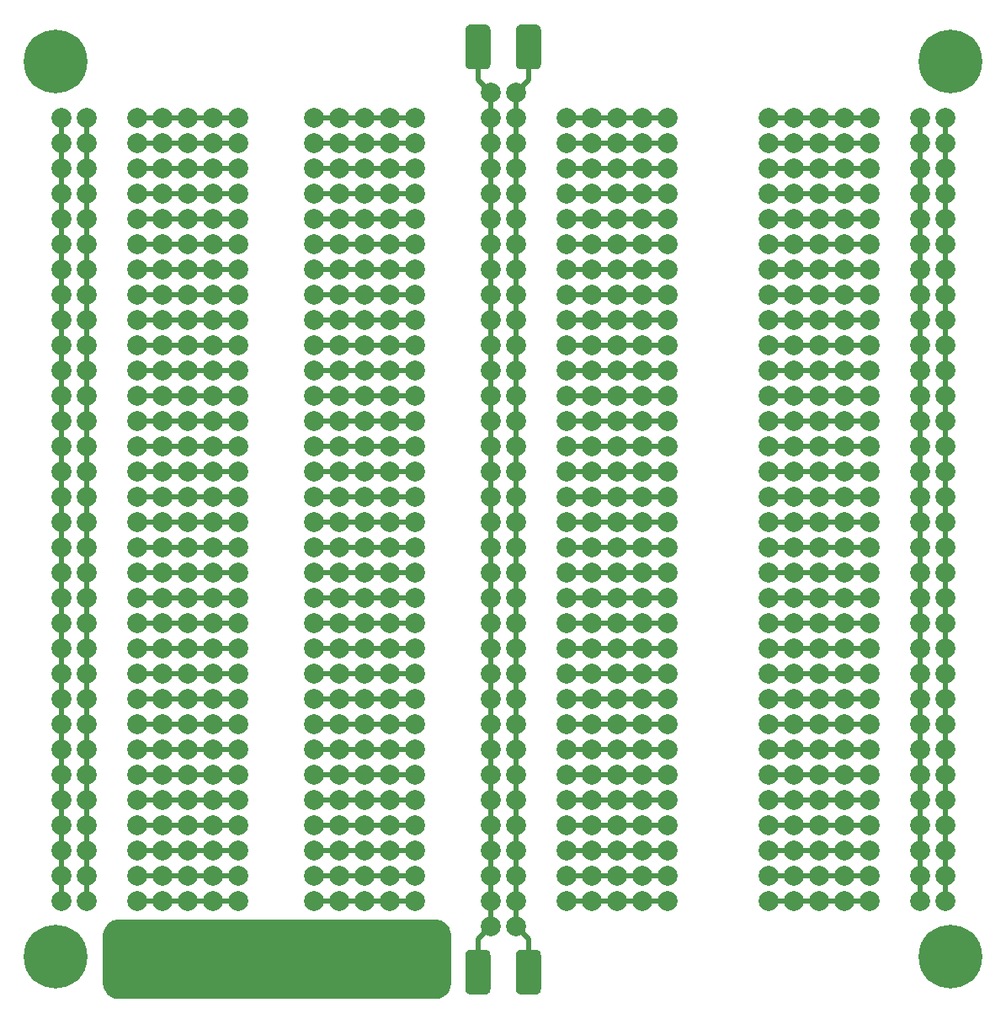
<source format=gbr>
G04 #@! TF.GenerationSoftware,KiCad,Pcbnew,(5.0.0-3-g5ebb6b6)*
G04 #@! TF.CreationDate,2019-05-14T13:45:27-04:00*
G04 #@! TF.ProjectId,Protoboard,50726F746F626F6172642E6B69636164,rev?*
G04 #@! TF.SameCoordinates,Original*
G04 #@! TF.FileFunction,Copper,L2,Bot,Signal*
G04 #@! TF.FilePolarity,Positive*
%FSLAX46Y46*%
G04 Gerber Fmt 4.6, Leading zero omitted, Abs format (unit mm)*
G04 Created by KiCad (PCBNEW (5.0.0-3-g5ebb6b6)) date Tuesday, May 14, 2019 at 01:45:27 PM*
%MOMM*%
%LPD*%
G01*
G04 APERTURE LIST*
G04 #@! TA.AperFunction,Conductor*
%ADD10C,0.100000*%
G04 #@! TD*
G04 #@! TA.AperFunction,Conductor*
%ADD11C,8.000000*%
G04 #@! TD*
G04 #@! TA.AperFunction,SMDPad,CuDef*
%ADD12C,2.500000*%
G04 #@! TD*
G04 #@! TA.AperFunction,ComponentPad*
%ADD13C,2.000000*%
G04 #@! TD*
G04 #@! TA.AperFunction,ComponentPad*
%ADD14C,6.400000*%
G04 #@! TD*
G04 #@! TA.AperFunction,ComponentPad*
%ADD15C,0.800000*%
G04 #@! TD*
G04 #@! TA.AperFunction,Conductor*
%ADD16C,0.500000*%
G04 #@! TD*
G04 APERTURE END LIST*
D10*
G04 #@! TO.N,N/C*
G04 #@! TO.C,G\002A\002A\002A*
G36*
X163306827Y-111237704D02*
X163462145Y-111260744D01*
X163614455Y-111298895D01*
X163762293Y-111351793D01*
X163904235Y-111418926D01*
X164038912Y-111499649D01*
X164165029Y-111593183D01*
X164281371Y-111698629D01*
X164386817Y-111814971D01*
X164480351Y-111941088D01*
X164561074Y-112075765D01*
X164628207Y-112217707D01*
X164681105Y-112365545D01*
X164719256Y-112517855D01*
X164742296Y-112673173D01*
X164750000Y-112830000D01*
X164750000Y-117630000D01*
X164742296Y-117786827D01*
X164719256Y-117942145D01*
X164681105Y-118094455D01*
X164628207Y-118242293D01*
X164561074Y-118384235D01*
X164480351Y-118518912D01*
X164386817Y-118645029D01*
X164281371Y-118761371D01*
X164165029Y-118866817D01*
X164038912Y-118960351D01*
X163904235Y-119041074D01*
X163762293Y-119108207D01*
X163614455Y-119161105D01*
X163462145Y-119199256D01*
X163306827Y-119222296D01*
X163150000Y-119230000D01*
X131350000Y-119230000D01*
X131193173Y-119222296D01*
X131037855Y-119199256D01*
X130885545Y-119161105D01*
X130737707Y-119108207D01*
X130595765Y-119041074D01*
X130461088Y-118960351D01*
X130334971Y-118866817D01*
X130218629Y-118761371D01*
X130113183Y-118645029D01*
X130019649Y-118518912D01*
X129938926Y-118384235D01*
X129871793Y-118242293D01*
X129818895Y-118094455D01*
X129780744Y-117942145D01*
X129757704Y-117786827D01*
X129750000Y-117630000D01*
X129750000Y-112830000D01*
X129757704Y-112673173D01*
X129780744Y-112517855D01*
X129818895Y-112365545D01*
X129871793Y-112217707D01*
X129938926Y-112075765D01*
X130019649Y-111941088D01*
X130113183Y-111814971D01*
X130218629Y-111698629D01*
X130334971Y-111593183D01*
X130461088Y-111499649D01*
X130595765Y-111418926D01*
X130737707Y-111351793D01*
X130885545Y-111298895D01*
X131037855Y-111260744D01*
X131193173Y-111237704D01*
X131350000Y-111230000D01*
X163150000Y-111230000D01*
X163306827Y-111237704D01*
X163306827Y-111237704D01*
G37*
D11*
X147250000Y-115230000D03*
G04 #@! TD*
D10*
G04 #@! TO.N,N/C*
G04 #@! TO.C,REF\002A\002A*
G36*
X168259009Y-21252408D02*
X168307545Y-21259607D01*
X168355142Y-21271530D01*
X168401342Y-21288060D01*
X168445698Y-21309039D01*
X168487785Y-21334265D01*
X168527197Y-21363495D01*
X168563553Y-21396447D01*
X168596505Y-21432803D01*
X168625735Y-21472215D01*
X168650961Y-21514302D01*
X168671940Y-21558658D01*
X168688470Y-21604858D01*
X168700393Y-21652455D01*
X168707592Y-21700991D01*
X168710000Y-21750000D01*
X168710000Y-25250000D01*
X168707592Y-25299009D01*
X168700393Y-25347545D01*
X168688470Y-25395142D01*
X168671940Y-25441342D01*
X168650961Y-25485698D01*
X168625735Y-25527785D01*
X168596505Y-25567197D01*
X168563553Y-25603553D01*
X168527197Y-25636505D01*
X168487785Y-25665735D01*
X168445698Y-25690961D01*
X168401342Y-25711940D01*
X168355142Y-25728470D01*
X168307545Y-25740393D01*
X168259009Y-25747592D01*
X168210000Y-25750000D01*
X166710000Y-25750000D01*
X166660991Y-25747592D01*
X166612455Y-25740393D01*
X166564858Y-25728470D01*
X166518658Y-25711940D01*
X166474302Y-25690961D01*
X166432215Y-25665735D01*
X166392803Y-25636505D01*
X166356447Y-25603553D01*
X166323495Y-25567197D01*
X166294265Y-25527785D01*
X166269039Y-25485698D01*
X166248060Y-25441342D01*
X166231530Y-25395142D01*
X166219607Y-25347545D01*
X166212408Y-25299009D01*
X166210000Y-25250000D01*
X166210000Y-21750000D01*
X166212408Y-21700991D01*
X166219607Y-21652455D01*
X166231530Y-21604858D01*
X166248060Y-21558658D01*
X166269039Y-21514302D01*
X166294265Y-21472215D01*
X166323495Y-21432803D01*
X166356447Y-21396447D01*
X166392803Y-21363495D01*
X166432215Y-21334265D01*
X166474302Y-21309039D01*
X166518658Y-21288060D01*
X166564858Y-21271530D01*
X166612455Y-21259607D01*
X166660991Y-21252408D01*
X166710000Y-21250000D01*
X168210000Y-21250000D01*
X168259009Y-21252408D01*
X168259009Y-21252408D01*
G37*
D12*
G04 #@! TD*
G04 #@! TO.P,REF\002A\002A,1*
G04 #@! TO.N,N/C*
X167460000Y-23500000D03*
D10*
G04 #@! TO.N,N/C*
G04 #@! TO.C,REF\002A\002A*
G36*
X173339009Y-21252408D02*
X173387545Y-21259607D01*
X173435142Y-21271530D01*
X173481342Y-21288060D01*
X173525698Y-21309039D01*
X173567785Y-21334265D01*
X173607197Y-21363495D01*
X173643553Y-21396447D01*
X173676505Y-21432803D01*
X173705735Y-21472215D01*
X173730961Y-21514302D01*
X173751940Y-21558658D01*
X173768470Y-21604858D01*
X173780393Y-21652455D01*
X173787592Y-21700991D01*
X173790000Y-21750000D01*
X173790000Y-25250000D01*
X173787592Y-25299009D01*
X173780393Y-25347545D01*
X173768470Y-25395142D01*
X173751940Y-25441342D01*
X173730961Y-25485698D01*
X173705735Y-25527785D01*
X173676505Y-25567197D01*
X173643553Y-25603553D01*
X173607197Y-25636505D01*
X173567785Y-25665735D01*
X173525698Y-25690961D01*
X173481342Y-25711940D01*
X173435142Y-25728470D01*
X173387545Y-25740393D01*
X173339009Y-25747592D01*
X173290000Y-25750000D01*
X171790000Y-25750000D01*
X171740991Y-25747592D01*
X171692455Y-25740393D01*
X171644858Y-25728470D01*
X171598658Y-25711940D01*
X171554302Y-25690961D01*
X171512215Y-25665735D01*
X171472803Y-25636505D01*
X171436447Y-25603553D01*
X171403495Y-25567197D01*
X171374265Y-25527785D01*
X171349039Y-25485698D01*
X171328060Y-25441342D01*
X171311530Y-25395142D01*
X171299607Y-25347545D01*
X171292408Y-25299009D01*
X171290000Y-25250000D01*
X171290000Y-21750000D01*
X171292408Y-21700991D01*
X171299607Y-21652455D01*
X171311530Y-21604858D01*
X171328060Y-21558658D01*
X171349039Y-21514302D01*
X171374265Y-21472215D01*
X171403495Y-21432803D01*
X171436447Y-21396447D01*
X171472803Y-21363495D01*
X171512215Y-21334265D01*
X171554302Y-21309039D01*
X171598658Y-21288060D01*
X171644858Y-21271530D01*
X171692455Y-21259607D01*
X171740991Y-21252408D01*
X171790000Y-21250000D01*
X173290000Y-21250000D01*
X173339009Y-21252408D01*
X173339009Y-21252408D01*
G37*
D12*
G04 #@! TD*
G04 #@! TO.P,REF\002A\002A,1*
G04 #@! TO.N,N/C*
X172540000Y-23500000D03*
D10*
G04 #@! TO.N,N/C*
G04 #@! TO.C,REF\002A\002A*
G36*
X168259009Y-114252408D02*
X168307545Y-114259607D01*
X168355142Y-114271530D01*
X168401342Y-114288060D01*
X168445698Y-114309039D01*
X168487785Y-114334265D01*
X168527197Y-114363495D01*
X168563553Y-114396447D01*
X168596505Y-114432803D01*
X168625735Y-114472215D01*
X168650961Y-114514302D01*
X168671940Y-114558658D01*
X168688470Y-114604858D01*
X168700393Y-114652455D01*
X168707592Y-114700991D01*
X168710000Y-114750000D01*
X168710000Y-118250000D01*
X168707592Y-118299009D01*
X168700393Y-118347545D01*
X168688470Y-118395142D01*
X168671940Y-118441342D01*
X168650961Y-118485698D01*
X168625735Y-118527785D01*
X168596505Y-118567197D01*
X168563553Y-118603553D01*
X168527197Y-118636505D01*
X168487785Y-118665735D01*
X168445698Y-118690961D01*
X168401342Y-118711940D01*
X168355142Y-118728470D01*
X168307545Y-118740393D01*
X168259009Y-118747592D01*
X168210000Y-118750000D01*
X166710000Y-118750000D01*
X166660991Y-118747592D01*
X166612455Y-118740393D01*
X166564858Y-118728470D01*
X166518658Y-118711940D01*
X166474302Y-118690961D01*
X166432215Y-118665735D01*
X166392803Y-118636505D01*
X166356447Y-118603553D01*
X166323495Y-118567197D01*
X166294265Y-118527785D01*
X166269039Y-118485698D01*
X166248060Y-118441342D01*
X166231530Y-118395142D01*
X166219607Y-118347545D01*
X166212408Y-118299009D01*
X166210000Y-118250000D01*
X166210000Y-114750000D01*
X166212408Y-114700991D01*
X166219607Y-114652455D01*
X166231530Y-114604858D01*
X166248060Y-114558658D01*
X166269039Y-114514302D01*
X166294265Y-114472215D01*
X166323495Y-114432803D01*
X166356447Y-114396447D01*
X166392803Y-114363495D01*
X166432215Y-114334265D01*
X166474302Y-114309039D01*
X166518658Y-114288060D01*
X166564858Y-114271530D01*
X166612455Y-114259607D01*
X166660991Y-114252408D01*
X166710000Y-114250000D01*
X168210000Y-114250000D01*
X168259009Y-114252408D01*
X168259009Y-114252408D01*
G37*
D12*
G04 #@! TD*
G04 #@! TO.P,REF\002A\002A,1*
G04 #@! TO.N,N/C*
X167460000Y-116500000D03*
D10*
G04 #@! TO.N,N/C*
G04 #@! TO.C,REF\002A\002A*
G36*
X173339009Y-114252408D02*
X173387545Y-114259607D01*
X173435142Y-114271530D01*
X173481342Y-114288060D01*
X173525698Y-114309039D01*
X173567785Y-114334265D01*
X173607197Y-114363495D01*
X173643553Y-114396447D01*
X173676505Y-114432803D01*
X173705735Y-114472215D01*
X173730961Y-114514302D01*
X173751940Y-114558658D01*
X173768470Y-114604858D01*
X173780393Y-114652455D01*
X173787592Y-114700991D01*
X173790000Y-114750000D01*
X173790000Y-118250000D01*
X173787592Y-118299009D01*
X173780393Y-118347545D01*
X173768470Y-118395142D01*
X173751940Y-118441342D01*
X173730961Y-118485698D01*
X173705735Y-118527785D01*
X173676505Y-118567197D01*
X173643553Y-118603553D01*
X173607197Y-118636505D01*
X173567785Y-118665735D01*
X173525698Y-118690961D01*
X173481342Y-118711940D01*
X173435142Y-118728470D01*
X173387545Y-118740393D01*
X173339009Y-118747592D01*
X173290000Y-118750000D01*
X171790000Y-118750000D01*
X171740991Y-118747592D01*
X171692455Y-118740393D01*
X171644858Y-118728470D01*
X171598658Y-118711940D01*
X171554302Y-118690961D01*
X171512215Y-118665735D01*
X171472803Y-118636505D01*
X171436447Y-118603553D01*
X171403495Y-118567197D01*
X171374265Y-118527785D01*
X171349039Y-118485698D01*
X171328060Y-118441342D01*
X171311530Y-118395142D01*
X171299607Y-118347545D01*
X171292408Y-118299009D01*
X171290000Y-118250000D01*
X171290000Y-114750000D01*
X171292408Y-114700991D01*
X171299607Y-114652455D01*
X171311530Y-114604858D01*
X171328060Y-114558658D01*
X171349039Y-114514302D01*
X171374265Y-114472215D01*
X171403495Y-114432803D01*
X171436447Y-114396447D01*
X171472803Y-114363495D01*
X171512215Y-114334265D01*
X171554302Y-114309039D01*
X171598658Y-114288060D01*
X171644858Y-114271530D01*
X171692455Y-114259607D01*
X171740991Y-114252408D01*
X171790000Y-114250000D01*
X173290000Y-114250000D01*
X173339009Y-114252408D01*
X173339009Y-114252408D01*
G37*
D12*
G04 #@! TD*
G04 #@! TO.P,REF\002A\002A,1*
G04 #@! TO.N,N/C*
X172540000Y-116500000D03*
D13*
G04 #@! TO.P,REF\002A\002A,1*
G04 #@! TO.N,N/C*
X206830000Y-30630000D03*
X199210000Y-30630000D03*
X196670000Y-30630000D03*
X204290000Y-30630000D03*
X201750000Y-30630000D03*
X206830000Y-33170000D03*
X199210000Y-33170000D03*
X196670000Y-33170000D03*
X204290000Y-33170000D03*
X201750000Y-33170000D03*
X206830000Y-109370000D03*
X199210000Y-109370000D03*
X196670000Y-109370000D03*
X204290000Y-109370000D03*
X201750000Y-109370000D03*
X206830000Y-106830000D03*
X199210000Y-106830000D03*
X196670000Y-106830000D03*
X204290000Y-106830000D03*
X201750000Y-106830000D03*
X206830000Y-94130000D03*
X201750000Y-101750000D03*
X199210000Y-101750000D03*
X206830000Y-83970000D03*
X199210000Y-83970000D03*
X196670000Y-83970000D03*
X199210000Y-94130000D03*
X196670000Y-94130000D03*
X204290000Y-94130000D03*
X201750000Y-94130000D03*
X196670000Y-101750000D03*
X204290000Y-101750000D03*
X206830000Y-101750000D03*
X206830000Y-73810000D03*
X199210000Y-73810000D03*
X196670000Y-73810000D03*
X204290000Y-73810000D03*
X201750000Y-73810000D03*
X206830000Y-71270000D03*
X199210000Y-71270000D03*
X196670000Y-71270000D03*
X204290000Y-71270000D03*
X201750000Y-71270000D03*
X204290000Y-83970000D03*
X206830000Y-81430000D03*
X199210000Y-81430000D03*
X196670000Y-81430000D03*
X204290000Y-81430000D03*
X201750000Y-104290000D03*
X204290000Y-104290000D03*
X196670000Y-104290000D03*
X199210000Y-104290000D03*
X201750000Y-81430000D03*
X206830000Y-76350000D03*
X206830000Y-78890000D03*
X199210000Y-78890000D03*
X196670000Y-78890000D03*
X204290000Y-78890000D03*
X201750000Y-78890000D03*
X206830000Y-91590000D03*
X199210000Y-96670000D03*
X206830000Y-99210000D03*
X199210000Y-99210000D03*
X196670000Y-99210000D03*
X204290000Y-99210000D03*
X201750000Y-99210000D03*
X199210000Y-76350000D03*
X196670000Y-76350000D03*
X204290000Y-76350000D03*
X201750000Y-76350000D03*
X206830000Y-89050000D03*
X199210000Y-89050000D03*
X196670000Y-89050000D03*
X204290000Y-89050000D03*
X201750000Y-89050000D03*
X206830000Y-86510000D03*
X199210000Y-86510000D03*
X196670000Y-86510000D03*
X204290000Y-86510000D03*
X201750000Y-86510000D03*
X206830000Y-96670000D03*
X196670000Y-96670000D03*
X204290000Y-96670000D03*
X201750000Y-96670000D03*
X199210000Y-91590000D03*
X196670000Y-91590000D03*
X204290000Y-91590000D03*
X201750000Y-91590000D03*
X206830000Y-104290000D03*
X201750000Y-83970000D03*
X201750000Y-35710000D03*
X204290000Y-35710000D03*
X196670000Y-35710000D03*
X199210000Y-35710000D03*
X206830000Y-35710000D03*
X201750000Y-38250000D03*
X204290000Y-38250000D03*
X196670000Y-38250000D03*
X199210000Y-38250000D03*
X206830000Y-38250000D03*
X201750000Y-40790000D03*
X204290000Y-40790000D03*
X196670000Y-40790000D03*
X199210000Y-40790000D03*
X206830000Y-40790000D03*
X201750000Y-43330000D03*
X204290000Y-43330000D03*
X196670000Y-43330000D03*
X199210000Y-43330000D03*
X206830000Y-43330000D03*
X201750000Y-45870000D03*
X204290000Y-45870000D03*
X196670000Y-45870000D03*
X199210000Y-45870000D03*
X206830000Y-45870000D03*
X201750000Y-48410000D03*
X204290000Y-48410000D03*
X196670000Y-48410000D03*
X199210000Y-48410000D03*
X206830000Y-48410000D03*
X201750000Y-50950000D03*
X204290000Y-50950000D03*
X196670000Y-50950000D03*
X199210000Y-50950000D03*
X206830000Y-50950000D03*
X201750000Y-53490000D03*
X204290000Y-53490000D03*
X196670000Y-53490000D03*
X199210000Y-53490000D03*
X206830000Y-53490000D03*
X201750000Y-56030000D03*
X204290000Y-56030000D03*
X196670000Y-56030000D03*
X199210000Y-56030000D03*
X206830000Y-56030000D03*
X201750000Y-58570000D03*
X204290000Y-58570000D03*
X196670000Y-58570000D03*
X199210000Y-58570000D03*
X206830000Y-58570000D03*
X201750000Y-61110000D03*
X204290000Y-61110000D03*
X196670000Y-61110000D03*
X199210000Y-61110000D03*
X206830000Y-61110000D03*
X201750000Y-63650000D03*
X204290000Y-63650000D03*
X196670000Y-63650000D03*
X199210000Y-63650000D03*
X206830000Y-63650000D03*
X201750000Y-66190000D03*
X204290000Y-66190000D03*
X196670000Y-66190000D03*
X199210000Y-66190000D03*
X206830000Y-66190000D03*
X206830000Y-68730000D03*
X204290000Y-68730000D03*
X196670000Y-68730000D03*
X199210000Y-68730000D03*
X201750000Y-68730000D03*
G04 #@! TD*
D14*
G04 #@! TO.P,REF\002A\002A,1*
G04 #@! TO.N,N/C*
X125000000Y-115000000D03*
D15*
X127400000Y-115000000D03*
X126697056Y-116697056D03*
X125000000Y-117400000D03*
X123302944Y-116697056D03*
X122600000Y-115000000D03*
X123302944Y-113302944D03*
X125000000Y-112600000D03*
X126697056Y-113302944D03*
G04 #@! TD*
D14*
G04 #@! TO.P,REF\002A\002A,1*
G04 #@! TO.N,N/C*
X215000000Y-115000000D03*
D15*
X217400000Y-115000000D03*
X216697056Y-116697056D03*
X215000000Y-117400000D03*
X213302944Y-116697056D03*
X212600000Y-115000000D03*
X213302944Y-113302944D03*
X215000000Y-112600000D03*
X216697056Y-113302944D03*
G04 #@! TD*
D14*
G04 #@! TO.P,REF\002A\002A,1*
G04 #@! TO.N,N/C*
X215000000Y-25000000D03*
D15*
X217400000Y-25000000D03*
X216697056Y-26697056D03*
X215000000Y-27400000D03*
X213302944Y-26697056D03*
X212600000Y-25000000D03*
X213302944Y-23302944D03*
X215000000Y-22600000D03*
X216697056Y-23302944D03*
G04 #@! TD*
D14*
G04 #@! TO.P,REF\002A\002A,1*
G04 #@! TO.N,N/C*
X125000000Y-25000000D03*
D15*
X127400000Y-25000000D03*
X126697056Y-26697056D03*
X125000000Y-27400000D03*
X123302944Y-26697056D03*
X122600000Y-25000000D03*
X123302944Y-23302944D03*
X125000000Y-22600000D03*
X126697056Y-23302944D03*
G04 #@! TD*
D13*
G04 #@! TO.P,REF\002A\002A,1*
G04 #@! TO.N,N/C*
X171270000Y-73810000D03*
X171270000Y-76350000D03*
X171270000Y-83970000D03*
X171270000Y-91590000D03*
X171270000Y-71270000D03*
X171270000Y-86510000D03*
X171270000Y-89050000D03*
X171270000Y-81430000D03*
X171270000Y-96670000D03*
X171270000Y-99210000D03*
X171270000Y-101750000D03*
X171270000Y-104290000D03*
X171270000Y-106830000D03*
X171270000Y-94130000D03*
X171270000Y-111910000D03*
X171270000Y-109370000D03*
X171270000Y-78890000D03*
X168730000Y-73810000D03*
X168730000Y-76350000D03*
X168730000Y-83970000D03*
X168730000Y-91590000D03*
X168730000Y-71270000D03*
X168730000Y-86510000D03*
X168730000Y-89050000D03*
X168730000Y-81430000D03*
X168730000Y-96670000D03*
X168730000Y-99210000D03*
X168730000Y-101750000D03*
X168730000Y-104290000D03*
X168730000Y-106830000D03*
X168730000Y-94130000D03*
X168730000Y-111910000D03*
X168730000Y-109370000D03*
X168730000Y-78890000D03*
X168730000Y-68730000D03*
X168730000Y-50950000D03*
X168730000Y-63650000D03*
X168730000Y-61110000D03*
X168730000Y-58570000D03*
X168730000Y-56030000D03*
X168730000Y-53490000D03*
X168730000Y-38250000D03*
X168730000Y-30630000D03*
X168730000Y-28090000D03*
X168730000Y-66190000D03*
X168730000Y-40790000D03*
X168730000Y-45870000D03*
X168730000Y-43330000D03*
X168730000Y-35710000D03*
X168730000Y-48410000D03*
X168730000Y-33170000D03*
X171270000Y-28090000D03*
X171270000Y-30630000D03*
X171270000Y-33170000D03*
X171270000Y-35710000D03*
X171270000Y-38250000D03*
X171270000Y-40790000D03*
X171270000Y-43330000D03*
X171270000Y-45870000D03*
X171270000Y-48410000D03*
X171270000Y-50950000D03*
X171270000Y-53490000D03*
X171270000Y-56030000D03*
X171270000Y-58570000D03*
X171270000Y-61110000D03*
X171270000Y-63650000D03*
X171270000Y-66190000D03*
X171270000Y-68730000D03*
G04 #@! TD*
G04 #@! TO.P,REF\002A\002A,1*
G04 #@! TO.N,N/C*
X161110000Y-30630000D03*
X153490000Y-30630000D03*
X150950000Y-30630000D03*
X158570000Y-30630000D03*
X156030000Y-30630000D03*
X161110000Y-33170000D03*
X153490000Y-33170000D03*
X150950000Y-33170000D03*
X158570000Y-33170000D03*
X156030000Y-33170000D03*
X161110000Y-109370000D03*
X153490000Y-109370000D03*
X150950000Y-109370000D03*
X158570000Y-109370000D03*
X156030000Y-109370000D03*
X161110000Y-106830000D03*
X153490000Y-106830000D03*
X150950000Y-106830000D03*
X158570000Y-106830000D03*
X156030000Y-106830000D03*
X161110000Y-94130000D03*
X156030000Y-101750000D03*
X153490000Y-101750000D03*
X161110000Y-83970000D03*
X153490000Y-83970000D03*
X150950000Y-83970000D03*
X153490000Y-94130000D03*
X150950000Y-94130000D03*
X158570000Y-94130000D03*
X156030000Y-94130000D03*
X150950000Y-101750000D03*
X158570000Y-101750000D03*
X161110000Y-101750000D03*
X161110000Y-73810000D03*
X153490000Y-73810000D03*
X150950000Y-73810000D03*
X158570000Y-73810000D03*
X156030000Y-73810000D03*
X161110000Y-71270000D03*
X153490000Y-71270000D03*
X150950000Y-71270000D03*
X158570000Y-71270000D03*
X156030000Y-71270000D03*
X158570000Y-83970000D03*
X161110000Y-81430000D03*
X153490000Y-81430000D03*
X150950000Y-81430000D03*
X158570000Y-81430000D03*
X156030000Y-104290000D03*
X158570000Y-104290000D03*
X150950000Y-104290000D03*
X153490000Y-104290000D03*
X156030000Y-81430000D03*
X161110000Y-76350000D03*
X161110000Y-78890000D03*
X153490000Y-78890000D03*
X150950000Y-78890000D03*
X158570000Y-78890000D03*
X156030000Y-78890000D03*
X161110000Y-91590000D03*
X153490000Y-96670000D03*
X161110000Y-99210000D03*
X153490000Y-99210000D03*
X150950000Y-99210000D03*
X158570000Y-99210000D03*
X156030000Y-99210000D03*
X153490000Y-76350000D03*
X150950000Y-76350000D03*
X158570000Y-76350000D03*
X156030000Y-76350000D03*
X161110000Y-89050000D03*
X153490000Y-89050000D03*
X150950000Y-89050000D03*
X158570000Y-89050000D03*
X156030000Y-89050000D03*
X161110000Y-86510000D03*
X153490000Y-86510000D03*
X150950000Y-86510000D03*
X158570000Y-86510000D03*
X156030000Y-86510000D03*
X161110000Y-96670000D03*
X150950000Y-96670000D03*
X158570000Y-96670000D03*
X156030000Y-96670000D03*
X153490000Y-91590000D03*
X150950000Y-91590000D03*
X158570000Y-91590000D03*
X156030000Y-91590000D03*
X161110000Y-104290000D03*
X156030000Y-83970000D03*
X156030000Y-35710000D03*
X158570000Y-35710000D03*
X150950000Y-35710000D03*
X153490000Y-35710000D03*
X161110000Y-35710000D03*
X156030000Y-38250000D03*
X158570000Y-38250000D03*
X150950000Y-38250000D03*
X153490000Y-38250000D03*
X161110000Y-38250000D03*
X156030000Y-40790000D03*
X158570000Y-40790000D03*
X150950000Y-40790000D03*
X153490000Y-40790000D03*
X161110000Y-40790000D03*
X156030000Y-43330000D03*
X158570000Y-43330000D03*
X150950000Y-43330000D03*
X153490000Y-43330000D03*
X161110000Y-43330000D03*
X156030000Y-45870000D03*
X158570000Y-45870000D03*
X150950000Y-45870000D03*
X153490000Y-45870000D03*
X161110000Y-45870000D03*
X156030000Y-48410000D03*
X158570000Y-48410000D03*
X150950000Y-48410000D03*
X153490000Y-48410000D03*
X161110000Y-48410000D03*
X156030000Y-50950000D03*
X158570000Y-50950000D03*
X150950000Y-50950000D03*
X153490000Y-50950000D03*
X161110000Y-50950000D03*
X156030000Y-53490000D03*
X158570000Y-53490000D03*
X150950000Y-53490000D03*
X153490000Y-53490000D03*
X161110000Y-53490000D03*
X156030000Y-56030000D03*
X158570000Y-56030000D03*
X150950000Y-56030000D03*
X153490000Y-56030000D03*
X161110000Y-56030000D03*
X156030000Y-58570000D03*
X158570000Y-58570000D03*
X150950000Y-58570000D03*
X153490000Y-58570000D03*
X161110000Y-58570000D03*
X156030000Y-61110000D03*
X158570000Y-61110000D03*
X150950000Y-61110000D03*
X153490000Y-61110000D03*
X161110000Y-61110000D03*
X156030000Y-63650000D03*
X158570000Y-63650000D03*
X150950000Y-63650000D03*
X153490000Y-63650000D03*
X161110000Y-63650000D03*
X156030000Y-66190000D03*
X158570000Y-66190000D03*
X150950000Y-66190000D03*
X153490000Y-66190000D03*
X161110000Y-66190000D03*
X161110000Y-68730000D03*
X158570000Y-68730000D03*
X150950000Y-68730000D03*
X153490000Y-68730000D03*
X156030000Y-68730000D03*
G04 #@! TD*
G04 #@! TO.P,REF\002A\002A,1*
G04 #@! TO.N,N/C*
X186510000Y-30630000D03*
X178890000Y-30630000D03*
X176350000Y-30630000D03*
X183970000Y-30630000D03*
X181430000Y-30630000D03*
X186510000Y-33170000D03*
X178890000Y-33170000D03*
X176350000Y-33170000D03*
X183970000Y-33170000D03*
X181430000Y-33170000D03*
X186510000Y-109370000D03*
X178890000Y-109370000D03*
X176350000Y-109370000D03*
X183970000Y-109370000D03*
X181430000Y-109370000D03*
X186510000Y-106830000D03*
X178890000Y-106830000D03*
X176350000Y-106830000D03*
X183970000Y-106830000D03*
X181430000Y-106830000D03*
X186510000Y-94130000D03*
X181430000Y-101750000D03*
X178890000Y-101750000D03*
X186510000Y-83970000D03*
X178890000Y-83970000D03*
X176350000Y-83970000D03*
X178890000Y-94130000D03*
X176350000Y-94130000D03*
X183970000Y-94130000D03*
X181430000Y-94130000D03*
X176350000Y-101750000D03*
X183970000Y-101750000D03*
X186510000Y-101750000D03*
X186510000Y-73810000D03*
X178890000Y-73810000D03*
X176350000Y-73810000D03*
X183970000Y-73810000D03*
X181430000Y-73810000D03*
X186510000Y-71270000D03*
X178890000Y-71270000D03*
X176350000Y-71270000D03*
X183970000Y-71270000D03*
X181430000Y-71270000D03*
X183970000Y-83970000D03*
X186510000Y-81430000D03*
X178890000Y-81430000D03*
X176350000Y-81430000D03*
X183970000Y-81430000D03*
X181430000Y-104290000D03*
X183970000Y-104290000D03*
X176350000Y-104290000D03*
X178890000Y-104290000D03*
X181430000Y-81430000D03*
X186510000Y-76350000D03*
X186510000Y-78890000D03*
X178890000Y-78890000D03*
X176350000Y-78890000D03*
X183970000Y-78890000D03*
X181430000Y-78890000D03*
X186510000Y-91590000D03*
X178890000Y-96670000D03*
X186510000Y-99210000D03*
X178890000Y-99210000D03*
X176350000Y-99210000D03*
X183970000Y-99210000D03*
X181430000Y-99210000D03*
X178890000Y-76350000D03*
X176350000Y-76350000D03*
X183970000Y-76350000D03*
X181430000Y-76350000D03*
X186510000Y-89050000D03*
X178890000Y-89050000D03*
X176350000Y-89050000D03*
X183970000Y-89050000D03*
X181430000Y-89050000D03*
X186510000Y-86510000D03*
X178890000Y-86510000D03*
X176350000Y-86510000D03*
X183970000Y-86510000D03*
X181430000Y-86510000D03*
X186510000Y-96670000D03*
X176350000Y-96670000D03*
X183970000Y-96670000D03*
X181430000Y-96670000D03*
X178890000Y-91590000D03*
X176350000Y-91590000D03*
X183970000Y-91590000D03*
X181430000Y-91590000D03*
X186510000Y-104290000D03*
X181430000Y-83970000D03*
X181430000Y-35710000D03*
X183970000Y-35710000D03*
X176350000Y-35710000D03*
X178890000Y-35710000D03*
X186510000Y-35710000D03*
X181430000Y-38250000D03*
X183970000Y-38250000D03*
X176350000Y-38250000D03*
X178890000Y-38250000D03*
X186510000Y-38250000D03*
X181430000Y-40790000D03*
X183970000Y-40790000D03*
X176350000Y-40790000D03*
X178890000Y-40790000D03*
X186510000Y-40790000D03*
X181430000Y-43330000D03*
X183970000Y-43330000D03*
X176350000Y-43330000D03*
X178890000Y-43330000D03*
X186510000Y-43330000D03*
X181430000Y-45870000D03*
X183970000Y-45870000D03*
X176350000Y-45870000D03*
X178890000Y-45870000D03*
X186510000Y-45870000D03*
X181430000Y-48410000D03*
X183970000Y-48410000D03*
X176350000Y-48410000D03*
X178890000Y-48410000D03*
X186510000Y-48410000D03*
X181430000Y-50950000D03*
X183970000Y-50950000D03*
X176350000Y-50950000D03*
X178890000Y-50950000D03*
X186510000Y-50950000D03*
X181430000Y-53490000D03*
X183970000Y-53490000D03*
X176350000Y-53490000D03*
X178890000Y-53490000D03*
X186510000Y-53490000D03*
X181430000Y-56030000D03*
X183970000Y-56030000D03*
X176350000Y-56030000D03*
X178890000Y-56030000D03*
X186510000Y-56030000D03*
X181430000Y-58570000D03*
X183970000Y-58570000D03*
X176350000Y-58570000D03*
X178890000Y-58570000D03*
X186510000Y-58570000D03*
X181430000Y-61110000D03*
X183970000Y-61110000D03*
X176350000Y-61110000D03*
X178890000Y-61110000D03*
X186510000Y-61110000D03*
X181430000Y-63650000D03*
X183970000Y-63650000D03*
X176350000Y-63650000D03*
X178890000Y-63650000D03*
X186510000Y-63650000D03*
X181430000Y-66190000D03*
X183970000Y-66190000D03*
X176350000Y-66190000D03*
X178890000Y-66190000D03*
X186510000Y-66190000D03*
X186510000Y-68730000D03*
X183970000Y-68730000D03*
X176350000Y-68730000D03*
X178890000Y-68730000D03*
X181430000Y-68730000D03*
G04 #@! TD*
G04 #@! TO.P,REF\002A\002A,1*
G04 #@! TO.N,N/C*
X143330000Y-30630000D03*
X135710000Y-30630000D03*
X133170000Y-30630000D03*
X140790000Y-30630000D03*
X138250000Y-30630000D03*
X143330000Y-33170000D03*
X135710000Y-33170000D03*
X133170000Y-33170000D03*
X140790000Y-33170000D03*
X138250000Y-33170000D03*
X143330000Y-109370000D03*
X135710000Y-109370000D03*
X133170000Y-109370000D03*
X140790000Y-109370000D03*
X138250000Y-109370000D03*
X143330000Y-106830000D03*
X135710000Y-106830000D03*
X133170000Y-106830000D03*
X140790000Y-106830000D03*
X138250000Y-106830000D03*
X143330000Y-94130000D03*
X138250000Y-101750000D03*
X135710000Y-101750000D03*
X143330000Y-83970000D03*
X135710000Y-83970000D03*
X133170000Y-83970000D03*
X135710000Y-94130000D03*
X133170000Y-94130000D03*
X140790000Y-94130000D03*
X138250000Y-94130000D03*
X133170000Y-101750000D03*
X140790000Y-101750000D03*
X143330000Y-101750000D03*
X143330000Y-73810000D03*
X135710000Y-73810000D03*
X133170000Y-73810000D03*
X140790000Y-73810000D03*
X138250000Y-73810000D03*
X143330000Y-71270000D03*
X135710000Y-71270000D03*
X133170000Y-71270000D03*
X140790000Y-71270000D03*
X138250000Y-71270000D03*
X140790000Y-83970000D03*
X143330000Y-81430000D03*
X135710000Y-81430000D03*
X133170000Y-81430000D03*
X140790000Y-81430000D03*
X138250000Y-104290000D03*
X140790000Y-104290000D03*
X133170000Y-104290000D03*
X135710000Y-104290000D03*
X138250000Y-81430000D03*
X143330000Y-76350000D03*
X143330000Y-78890000D03*
X135710000Y-78890000D03*
X133170000Y-78890000D03*
X140790000Y-78890000D03*
X138250000Y-78890000D03*
X143330000Y-91590000D03*
X135710000Y-96670000D03*
X143330000Y-99210000D03*
X135710000Y-99210000D03*
X133170000Y-99210000D03*
X140790000Y-99210000D03*
X138250000Y-99210000D03*
X135710000Y-76350000D03*
X133170000Y-76350000D03*
X140790000Y-76350000D03*
X138250000Y-76350000D03*
X143330000Y-89050000D03*
X135710000Y-89050000D03*
X133170000Y-89050000D03*
X140790000Y-89050000D03*
X138250000Y-89050000D03*
X143330000Y-86510000D03*
X135710000Y-86510000D03*
X133170000Y-86510000D03*
X140790000Y-86510000D03*
X138250000Y-86510000D03*
X143330000Y-96670000D03*
X133170000Y-96670000D03*
X140790000Y-96670000D03*
X138250000Y-96670000D03*
X135710000Y-91590000D03*
X133170000Y-91590000D03*
X140790000Y-91590000D03*
X138250000Y-91590000D03*
X143330000Y-104290000D03*
X138250000Y-83970000D03*
X138250000Y-35710000D03*
X140790000Y-35710000D03*
X133170000Y-35710000D03*
X135710000Y-35710000D03*
X143330000Y-35710000D03*
X138250000Y-38250000D03*
X140790000Y-38250000D03*
X133170000Y-38250000D03*
X135710000Y-38250000D03*
X143330000Y-38250000D03*
X138250000Y-40790000D03*
X140790000Y-40790000D03*
X133170000Y-40790000D03*
X135710000Y-40790000D03*
X143330000Y-40790000D03*
X138250000Y-43330000D03*
X140790000Y-43330000D03*
X133170000Y-43330000D03*
X135710000Y-43330000D03*
X143330000Y-43330000D03*
X138250000Y-45870000D03*
X140790000Y-45870000D03*
X133170000Y-45870000D03*
X135710000Y-45870000D03*
X143330000Y-45870000D03*
X138250000Y-48410000D03*
X140790000Y-48410000D03*
X133170000Y-48410000D03*
X135710000Y-48410000D03*
X143330000Y-48410000D03*
X138250000Y-50950000D03*
X140790000Y-50950000D03*
X133170000Y-50950000D03*
X135710000Y-50950000D03*
X143330000Y-50950000D03*
X138250000Y-53490000D03*
X140790000Y-53490000D03*
X133170000Y-53490000D03*
X135710000Y-53490000D03*
X143330000Y-53490000D03*
X138250000Y-56030000D03*
X140790000Y-56030000D03*
X133170000Y-56030000D03*
X135710000Y-56030000D03*
X143330000Y-56030000D03*
X138250000Y-58570000D03*
X140790000Y-58570000D03*
X133170000Y-58570000D03*
X135710000Y-58570000D03*
X143330000Y-58570000D03*
X138250000Y-61110000D03*
X140790000Y-61110000D03*
X133170000Y-61110000D03*
X135710000Y-61110000D03*
X143330000Y-61110000D03*
X138250000Y-63650000D03*
X140790000Y-63650000D03*
X133170000Y-63650000D03*
X135710000Y-63650000D03*
X143330000Y-63650000D03*
X138250000Y-66190000D03*
X140790000Y-66190000D03*
X133170000Y-66190000D03*
X135710000Y-66190000D03*
X143330000Y-66190000D03*
X143330000Y-68730000D03*
X140790000Y-68730000D03*
X133170000Y-68730000D03*
X135710000Y-68730000D03*
X138250000Y-68730000D03*
G04 #@! TD*
G04 #@! TO.P,REF\002A\002A,1*
G04 #@! TO.N,N/C*
X214450000Y-83970000D03*
X214450000Y-86510000D03*
X214450000Y-89050000D03*
X214450000Y-104290000D03*
X214450000Y-106830000D03*
X214450000Y-96670000D03*
X214450000Y-76350000D03*
X214450000Y-94130000D03*
X214450000Y-109370000D03*
X214450000Y-71270000D03*
X214450000Y-99210000D03*
X214450000Y-73810000D03*
X214450000Y-78890000D03*
X214450000Y-101750000D03*
X214450000Y-81430000D03*
X214450000Y-91590000D03*
X211910000Y-83970000D03*
X211910000Y-86510000D03*
X211910000Y-89050000D03*
X211910000Y-104290000D03*
X211910000Y-106830000D03*
X211910000Y-96670000D03*
X211910000Y-76350000D03*
X211910000Y-94130000D03*
X211910000Y-109370000D03*
X211910000Y-71270000D03*
X211910000Y-99210000D03*
X211910000Y-73810000D03*
X211910000Y-78890000D03*
X211910000Y-101750000D03*
X211910000Y-81430000D03*
X211910000Y-91590000D03*
X211910000Y-53490000D03*
X211910000Y-35710000D03*
X211910000Y-56030000D03*
X211910000Y-66190000D03*
X211910000Y-63650000D03*
X211910000Y-48410000D03*
X211910000Y-45870000D03*
X211910000Y-43330000D03*
X211910000Y-58570000D03*
X211910000Y-30630000D03*
X211910000Y-68730000D03*
X211910000Y-61110000D03*
X211910000Y-50950000D03*
X211910000Y-33170000D03*
X211910000Y-38250000D03*
X211910000Y-40790000D03*
X214450000Y-30630000D03*
X214450000Y-33170000D03*
X214450000Y-35710000D03*
X214450000Y-38250000D03*
X214450000Y-40790000D03*
X214450000Y-43330000D03*
X214450000Y-45870000D03*
X214450000Y-48410000D03*
X214450000Y-50950000D03*
X214450000Y-53490000D03*
X214450000Y-56030000D03*
X214450000Y-58570000D03*
X214450000Y-61110000D03*
X214450000Y-63650000D03*
X214450000Y-66190000D03*
X214450000Y-68730000D03*
G04 #@! TD*
G04 #@! TO.P,REF\002A\002A,1*
G04 #@! TO.N,N/C*
X128090000Y-83970000D03*
X128090000Y-86510000D03*
X128090000Y-89050000D03*
X128090000Y-104290000D03*
X128090000Y-106830000D03*
X128090000Y-96670000D03*
X128090000Y-76350000D03*
X128090000Y-94130000D03*
X128090000Y-109370000D03*
X128090000Y-71270000D03*
X128090000Y-99210000D03*
X128090000Y-73810000D03*
X128090000Y-78890000D03*
X128090000Y-101750000D03*
X128090000Y-81430000D03*
X128090000Y-91590000D03*
X125550000Y-83970000D03*
X125550000Y-86510000D03*
X125550000Y-89050000D03*
X125550000Y-104290000D03*
X125550000Y-106830000D03*
X125550000Y-96670000D03*
X125550000Y-76350000D03*
X125550000Y-94130000D03*
X125550000Y-109370000D03*
X125550000Y-71270000D03*
X125550000Y-99210000D03*
X125550000Y-73810000D03*
X125550000Y-78890000D03*
X125550000Y-101750000D03*
X125550000Y-81430000D03*
X125550000Y-91590000D03*
X125550000Y-53490000D03*
X125550000Y-35710000D03*
X125550000Y-56030000D03*
X125550000Y-66190000D03*
X125550000Y-63650000D03*
X125550000Y-48410000D03*
X125550000Y-45870000D03*
X125550000Y-43330000D03*
X125550000Y-58570000D03*
X125550000Y-30630000D03*
X125550000Y-68730000D03*
X125550000Y-61110000D03*
X125550000Y-50950000D03*
X125550000Y-33170000D03*
X125550000Y-38250000D03*
X125550000Y-40790000D03*
X128090000Y-30630000D03*
X128090000Y-33170000D03*
X128090000Y-35710000D03*
X128090000Y-38250000D03*
X128090000Y-40790000D03*
X128090000Y-43330000D03*
X128090000Y-45870000D03*
X128090000Y-48410000D03*
X128090000Y-50950000D03*
X128090000Y-53490000D03*
X128090000Y-56030000D03*
X128090000Y-58570000D03*
X128090000Y-61110000D03*
X128090000Y-63650000D03*
X128090000Y-66190000D03*
X128090000Y-68730000D03*
G04 #@! TD*
D16*
G04 #@! TO.N,*
X172540000Y-113180000D02*
X171270000Y-111910000D01*
X172540000Y-116500000D02*
X172540000Y-113180000D01*
X167460000Y-113180000D02*
X168730000Y-111910000D01*
X167460000Y-116500000D02*
X167460000Y-113180000D01*
X172540000Y-26820000D02*
X171270000Y-28090000D01*
X172540000Y-23500000D02*
X172540000Y-26820000D01*
X167460000Y-26820000D02*
X168730000Y-28090000D01*
X167460000Y-23500000D02*
X167460000Y-26820000D01*
X171270000Y-28090000D02*
X171270000Y-111910000D01*
X168730000Y-35710000D02*
X168730000Y-28090000D01*
X168730000Y-111910000D02*
X168730000Y-35710000D01*
X133170000Y-30630000D02*
X143330000Y-30630000D01*
X143330000Y-33170000D02*
X133170000Y-33170000D01*
X150950000Y-30630000D02*
X161110000Y-30630000D01*
X161110000Y-33170000D02*
X150950000Y-33170000D01*
X125550000Y-30630000D02*
X125550000Y-109370000D01*
X128090000Y-45870000D02*
X128090000Y-30630000D01*
X128090000Y-109370000D02*
X128090000Y-45870000D01*
X214450000Y-106830000D02*
X214450000Y-109370000D01*
X214450000Y-30630000D02*
X214450000Y-106830000D01*
X211910000Y-109370000D02*
X211910000Y-30630000D01*
X133170000Y-35710000D02*
X143330000Y-35710000D01*
X150950000Y-35710000D02*
X161110000Y-35710000D01*
X133170000Y-38250000D02*
X143330000Y-38250000D01*
X143330000Y-40790000D02*
X133170000Y-40790000D01*
X133170000Y-43330000D02*
X143330000Y-43330000D01*
X143330000Y-45870000D02*
X133170000Y-45870000D01*
X133170000Y-48410000D02*
X143330000Y-48410000D01*
X143330000Y-50950000D02*
X133170000Y-50950000D01*
X133170000Y-53490000D02*
X143330000Y-53490000D01*
X143330000Y-56030000D02*
X133170000Y-56030000D01*
X133170000Y-58570000D02*
X143330000Y-58570000D01*
X143330000Y-61110000D02*
X133170000Y-61110000D01*
X133170000Y-63650000D02*
X143330000Y-63650000D01*
X143330000Y-66190000D02*
X133170000Y-66190000D01*
X133170000Y-68730000D02*
X143330000Y-68730000D01*
X143330000Y-71270000D02*
X133170000Y-71270000D01*
X133170000Y-73810000D02*
X143330000Y-73810000D01*
X143330000Y-76350000D02*
X133170000Y-76350000D01*
X133170000Y-78890000D02*
X143330000Y-78890000D01*
X133170000Y-83970000D02*
X143330000Y-83970000D01*
X133170000Y-89050000D02*
X143330000Y-89050000D01*
X133170000Y-91590000D02*
X143330000Y-91590000D01*
X143330000Y-94130000D02*
X133170000Y-94130000D01*
X133170000Y-96670000D02*
X143330000Y-96670000D01*
X143330000Y-99210000D02*
X133170000Y-99210000D01*
X133170000Y-101750000D02*
X143330000Y-101750000D01*
X143330000Y-104290000D02*
X133170000Y-104290000D01*
X133170000Y-106830000D02*
X143330000Y-106830000D01*
X143330000Y-109370000D02*
X133170000Y-109370000D01*
X150950000Y-38250000D02*
X161110000Y-38250000D01*
X161110000Y-40790000D02*
X150950000Y-40790000D01*
X152364213Y-43330000D02*
X161110000Y-43330000D01*
X150950000Y-43330000D02*
X152364213Y-43330000D01*
X161110000Y-45870000D02*
X150950000Y-45870000D01*
X150950000Y-48410000D02*
X161110000Y-48410000D01*
X161110000Y-50950000D02*
X150950000Y-50950000D01*
X150950000Y-53490000D02*
X161110000Y-53490000D01*
X150950000Y-56030000D02*
X161110000Y-56030000D01*
X161110000Y-58570000D02*
X150950000Y-58570000D01*
X150950000Y-61110000D02*
X161110000Y-61110000D01*
X161110000Y-63650000D02*
X150950000Y-63650000D01*
X150950000Y-66190000D02*
X161110000Y-66190000D01*
X161110000Y-68730000D02*
X150950000Y-68730000D01*
X150950000Y-71270000D02*
X161110000Y-71270000D01*
X161110000Y-73810000D02*
X150950000Y-73810000D01*
X150950000Y-76350000D02*
X161110000Y-76350000D01*
X150950000Y-78890000D02*
X161110000Y-78890000D01*
X161110000Y-81430000D02*
X150950000Y-81430000D01*
X150950000Y-83970000D02*
X161110000Y-83970000D01*
X161110000Y-86510000D02*
X150950000Y-86510000D01*
X150950000Y-89050000D02*
X161110000Y-89050000D01*
X161110000Y-91590000D02*
X150950000Y-91590000D01*
X150950000Y-94130000D02*
X161110000Y-94130000D01*
X161110000Y-96670000D02*
X150950000Y-96670000D01*
X150950000Y-99210000D02*
X161110000Y-99210000D01*
X161110000Y-101750000D02*
X150950000Y-101750000D01*
X150950000Y-104290000D02*
X161110000Y-104290000D01*
X161110000Y-106830000D02*
X150950000Y-106830000D01*
X150950000Y-109370000D02*
X161110000Y-109370000D01*
X176350000Y-30630000D02*
X186510000Y-30630000D01*
X186510000Y-33170000D02*
X176350000Y-33170000D01*
X176350000Y-35710000D02*
X186510000Y-35710000D01*
X186510000Y-38250000D02*
X176350000Y-38250000D01*
X176350000Y-40790000D02*
X186510000Y-40790000D01*
X186510000Y-43330000D02*
X176350000Y-43330000D01*
X176350000Y-45870000D02*
X186510000Y-45870000D01*
X186510000Y-48410000D02*
X176350000Y-48410000D01*
X176350000Y-50950000D02*
X186510000Y-50950000D01*
X176350000Y-53490000D02*
X186510000Y-53490000D01*
X186510000Y-56030000D02*
X176350000Y-56030000D01*
X176350000Y-58570000D02*
X186510000Y-58570000D01*
X186510000Y-61110000D02*
X176350000Y-61110000D01*
X176350000Y-63650000D02*
X186510000Y-63650000D01*
X186510000Y-66190000D02*
X176350000Y-66190000D01*
X177764213Y-68730000D02*
X186510000Y-68730000D01*
X176350000Y-68730000D02*
X177764213Y-68730000D01*
X176350000Y-71270000D02*
X186510000Y-71270000D01*
X186510000Y-73810000D02*
X176350000Y-73810000D01*
X176350000Y-76350000D02*
X186510000Y-76350000D01*
X186510000Y-78890000D02*
X176350000Y-78890000D01*
X176350000Y-81430000D02*
X186510000Y-81430000D01*
X186510000Y-83970000D02*
X176350000Y-83970000D01*
X176350000Y-86510000D02*
X186510000Y-86510000D01*
X186510000Y-89050000D02*
X176350000Y-89050000D01*
X176350000Y-91590000D02*
X186510000Y-91590000D01*
X186510000Y-94130000D02*
X176350000Y-94130000D01*
X176350000Y-96670000D02*
X186510000Y-96670000D01*
X186510000Y-99210000D02*
X176350000Y-99210000D01*
X176350000Y-101750000D02*
X186510000Y-101750000D01*
X186510000Y-104290000D02*
X176350000Y-104290000D01*
X186510000Y-106830000D02*
X176350000Y-106830000D01*
X176350000Y-109370000D02*
X186510000Y-109370000D01*
X196670000Y-30630000D02*
X206830000Y-30630000D01*
X206830000Y-33170000D02*
X196670000Y-33170000D01*
X196670000Y-35710000D02*
X206830000Y-35710000D01*
X206830000Y-38250000D02*
X196670000Y-38250000D01*
X196670000Y-40790000D02*
X206830000Y-40790000D01*
X206830000Y-43330000D02*
X196670000Y-43330000D01*
X196670000Y-45870000D02*
X206830000Y-45870000D01*
X206830000Y-48410000D02*
X196670000Y-48410000D01*
X196670000Y-50950000D02*
X206830000Y-50950000D01*
X206830000Y-53490000D02*
X196670000Y-53490000D01*
X196670000Y-56030000D02*
X206830000Y-56030000D01*
X206830000Y-58570000D02*
X196670000Y-58570000D01*
X196670000Y-61110000D02*
X206830000Y-61110000D01*
X206830000Y-63650000D02*
X196670000Y-63650000D01*
X196670000Y-66190000D02*
X206830000Y-66190000D01*
X206830000Y-68730000D02*
X196670000Y-68730000D01*
X196670000Y-71270000D02*
X206830000Y-71270000D01*
X201750000Y-73810000D02*
X196670000Y-73810000D01*
X206830000Y-73810000D02*
X201750000Y-73810000D01*
X196670000Y-76350000D02*
X206830000Y-76350000D01*
X206830000Y-78890000D02*
X196670000Y-78890000D01*
X196670000Y-81430000D02*
X206830000Y-81430000D01*
X206830000Y-83970000D02*
X196670000Y-83970000D01*
X196670000Y-86510000D02*
X206830000Y-86510000D01*
X206830000Y-89050000D02*
X196670000Y-89050000D01*
X196670000Y-91590000D02*
X206830000Y-91590000D01*
X206830000Y-94130000D02*
X196670000Y-94130000D01*
X196670000Y-96670000D02*
X206830000Y-96670000D01*
X206830000Y-99210000D02*
X196670000Y-99210000D01*
X196670000Y-101750000D02*
X206830000Y-101750000D01*
X206830000Y-104290000D02*
X196670000Y-104290000D01*
X196670000Y-106830000D02*
X206830000Y-106830000D01*
X206830000Y-109370000D02*
X196670000Y-109370000D01*
X133170000Y-86510000D02*
X143330000Y-86510000D01*
X133170000Y-81430000D02*
X143330000Y-81430000D01*
G04 #@! TD*
M02*

</source>
